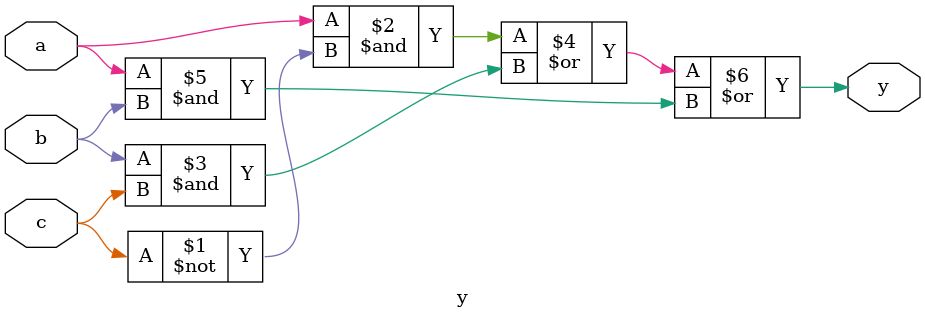
<source format=v>
module y(
	input a, b, c,
	output y
);

assign y= (a & ~c) | (b & c) | (a & b);

endmodule
</source>
